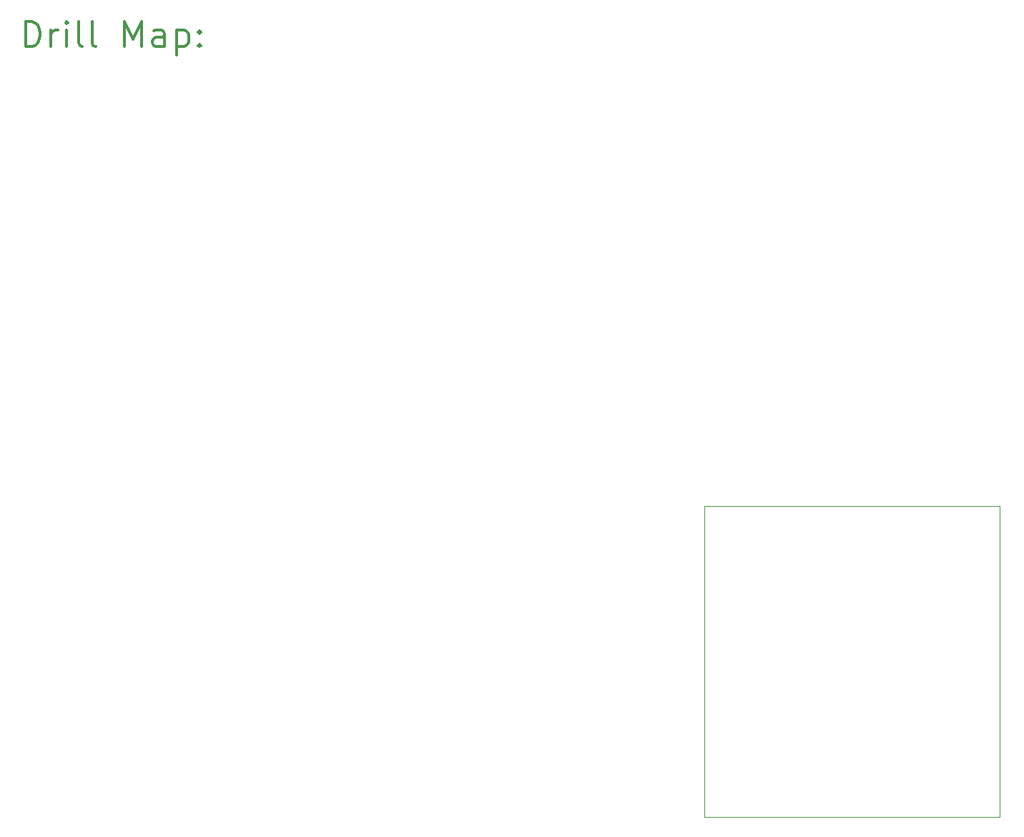
<source format=gbr>
%FSLAX45Y45*%
G04 Gerber Fmt 4.5, Leading zero omitted, Abs format (unit mm)*
G04 Created by KiCad (PCBNEW (5.1.10)-1) date 2021-09-27 00:24:51*
%MOMM*%
%LPD*%
G01*
G04 APERTURE LIST*
%TA.AperFunction,Profile*%
%ADD10C,0.050000*%
%TD*%
%ADD11C,0.200000*%
%ADD12C,0.300000*%
G04 APERTURE END LIST*
D10*
X11818500Y-5905500D02*
X8318500Y-5905500D01*
X8318500Y-9588500D02*
X11818500Y-9588500D01*
X11818500Y-5905500D02*
X11818500Y-9588500D01*
X8318500Y-5905500D02*
X8318500Y-9588500D01*
D11*
D12*
X286429Y-465714D02*
X286429Y-165714D01*
X357857Y-165714D01*
X400714Y-180000D01*
X429286Y-208571D01*
X443571Y-237143D01*
X457857Y-294286D01*
X457857Y-337143D01*
X443571Y-394286D01*
X429286Y-422857D01*
X400714Y-451428D01*
X357857Y-465714D01*
X286429Y-465714D01*
X586429Y-465714D02*
X586429Y-265714D01*
X586429Y-322857D02*
X600714Y-294286D01*
X615000Y-280000D01*
X643571Y-265714D01*
X672143Y-265714D01*
X772143Y-465714D02*
X772143Y-265714D01*
X772143Y-165714D02*
X757857Y-180000D01*
X772143Y-194286D01*
X786428Y-180000D01*
X772143Y-165714D01*
X772143Y-194286D01*
X957857Y-465714D02*
X929286Y-451428D01*
X915000Y-422857D01*
X915000Y-165714D01*
X1115000Y-465714D02*
X1086429Y-451428D01*
X1072143Y-422857D01*
X1072143Y-165714D01*
X1457857Y-465714D02*
X1457857Y-165714D01*
X1557857Y-380000D01*
X1657857Y-165714D01*
X1657857Y-465714D01*
X1929286Y-465714D02*
X1929286Y-308571D01*
X1915000Y-280000D01*
X1886428Y-265714D01*
X1829286Y-265714D01*
X1800714Y-280000D01*
X1929286Y-451428D02*
X1900714Y-465714D01*
X1829286Y-465714D01*
X1800714Y-451428D01*
X1786428Y-422857D01*
X1786428Y-394286D01*
X1800714Y-365714D01*
X1829286Y-351428D01*
X1900714Y-351428D01*
X1929286Y-337143D01*
X2072143Y-265714D02*
X2072143Y-565714D01*
X2072143Y-280000D02*
X2100714Y-265714D01*
X2157857Y-265714D01*
X2186429Y-280000D01*
X2200714Y-294286D01*
X2215000Y-322857D01*
X2215000Y-408571D01*
X2200714Y-437143D01*
X2186429Y-451428D01*
X2157857Y-465714D01*
X2100714Y-465714D01*
X2072143Y-451428D01*
X2343571Y-437143D02*
X2357857Y-451428D01*
X2343571Y-465714D01*
X2329286Y-451428D01*
X2343571Y-437143D01*
X2343571Y-465714D01*
X2343571Y-280000D02*
X2357857Y-294286D01*
X2343571Y-308571D01*
X2329286Y-294286D01*
X2343571Y-280000D01*
X2343571Y-308571D01*
M02*

</source>
